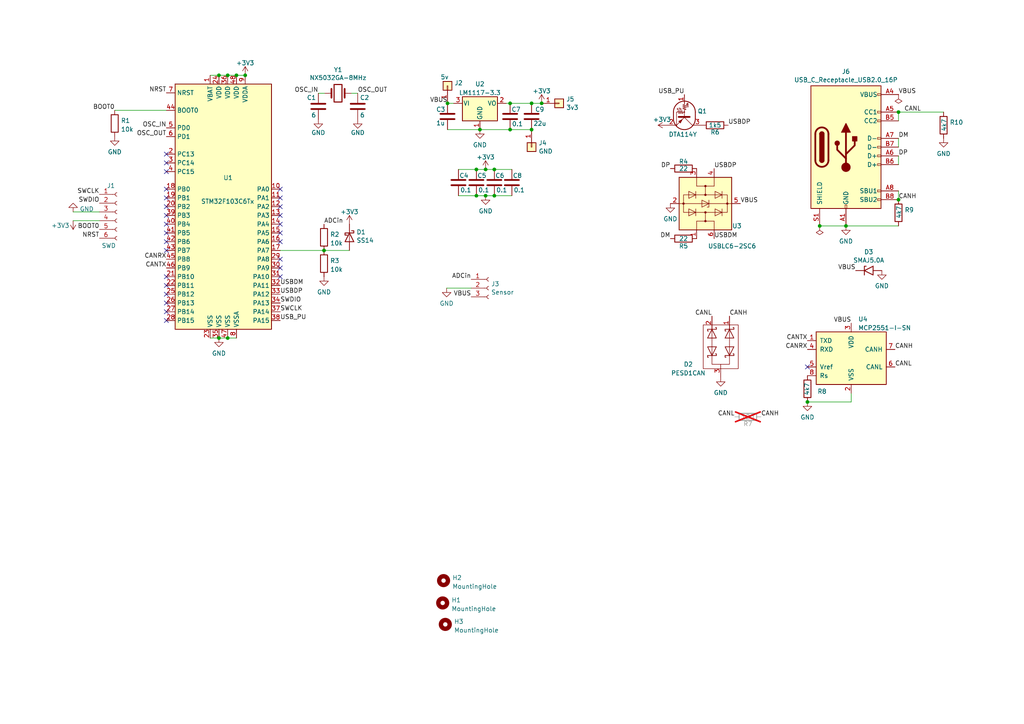
<source format=kicad_sch>
(kicad_sch (version 20231120) (generator "eeschema") (generator_version "8.0")
  (paper "A4")
  (lib_symbols
    (symbol "Connector:Conn_01x03_Socket" (pin_names (offset 1.016) hide)
      (property "Reference" "J" (at 0 5.08 0))
      (property "Value" "Conn_01x03_Socket" (at 0 -5.08 0))
      (symbol "Conn_01x03_Socket_1_1"
        (arc (start 0 -2.032) (mid -0.5058 -2.54) (end 0 -3.048) (stroke (width 0.1524)))
        (polyline (pts (xy -1.27 -2.54) (xy -0.508 -2.54)) (stroke (width 0.1524)))
        (polyline (pts (xy -1.27 0) (xy -0.508 0)) (stroke (width 0.1524)))
        (polyline (pts (xy -1.27 2.54) (xy -0.508 2.54)) (stroke (width 0.1524)))
        (arc (start 0 0.508) (mid -0.5058 0) (end 0 -0.508) (stroke (width 0.1524)))
        (arc (start 0 3.048) (mid -0.5058 2.54) (end 0 2.032) (stroke (width 0.1524)))
        (pin passive line (at -5.08 2.54 0) (length 3.81) (name "Pin_1") (number "1"))
        (pin passive line (at -5.08 0 0) (length 3.81) (name "Pin_2") (number "2"))
        (pin passive line (at -5.08 -2.54 0) (length 3.81) (name "Pin_3") (number "3"))
      )
    )
    (symbol "Connector:Conn_01x06_Female" (pin_names (offset 1.016) hide)
      (property "Reference" "J" (at 0 7.62 0))
      (property "Value" "Conn_01x06_Female" (at 0 -10.16 0))
      (symbol "Conn_01x06_Female_1_1"
        (arc (start 0 -7.112) (mid -0.5058 -7.62) (end 0 -8.128) (stroke (width 0.1524)))
        (arc (start 0 -4.572) (mid -0.5058 -5.08) (end 0 -5.588) (stroke (width 0.1524)))
        (arc (start 0 -2.032) (mid -0.5058 -2.54) (end 0 -3.048) (stroke (width 0.1524)))
        (polyline (pts (xy -1.27 -7.62) (xy -0.508 -7.62)) (stroke (width 0.1524)))
        (polyline (pts (xy -1.27 -5.08) (xy -0.508 -5.08)) (stroke (width 0.1524)))
        (polyline (pts (xy -1.27 -2.54) (xy -0.508 -2.54)) (stroke (width 0.1524)))
        (polyline (pts (xy -1.27 0) (xy -0.508 0)) (stroke (width 0.1524)))
        (polyline (pts (xy -1.27 2.54) (xy -0.508 2.54)) (stroke (width 0.1524)))
        (polyline (pts (xy -1.27 5.08) (xy -0.508 5.08)) (stroke (width 0.1524)))
        (arc (start 0 0.508) (mid -0.5058 0) (end 0 -0.508) (stroke (width 0.1524)))
        (arc (start 0 3.048) (mid -0.5058 2.54) (end 0 2.032) (stroke (width 0.1524)))
        (arc (start 0 5.588) (mid -0.5058 5.08) (end 0 4.572) (stroke (width 0.1524)))
        (pin passive line (at -5.08 5.08 0) (length 3.81) (name "Pin_1") (number "1"))
        (pin passive line (at -5.08 2.54 0) (length 3.81) (name "Pin_2") (number "2"))
        (pin passive line (at -5.08 0 0) (length 3.81) (name "Pin_3") (number "3"))
        (pin passive line (at -5.08 -2.54 0) (length 3.81) (name "Pin_4") (number "4"))
        (pin passive line (at -5.08 -5.08 0) (length 3.81) (name "Pin_5") (number "5"))
        (pin passive line (at -5.08 -7.62 0) (length 3.81) (name "Pin_6") (number "6"))
      )
    )
    (symbol "Connector:USB_C_Receptacle_USB2.0_16P" (pin_names (offset 1.016))
      (property "Reference" "J" (at 0 22.225 0))
      (property "Value" "USB_C_Receptacle_USB2.0_16P" (at 0 19.685 0))
      (symbol "USB_C_Receptacle_USB2.0_16P_0_0"
        (rectangle (start -0.254 -17.78) (end 0.254 -16.764))
        (rectangle (start 10.16 -14.986) (end 9.144 -15.494))
        (rectangle (start 10.16 -12.446) (end 9.144 -12.954))
        (rectangle (start 10.16 -4.826) (end 9.144 -5.334))
        (rectangle (start 10.16 -2.286) (end 9.144 -2.794))
        (rectangle (start 10.16 0.254) (end 9.144 -0.254))
        (rectangle (start 10.16 2.794) (end 9.144 2.286))
        (rectangle (start 10.16 7.874) (end 9.144 7.366))
        (rectangle (start 10.16 10.414) (end 9.144 9.906))
        (rectangle (start 10.16 15.494) (end 9.144 14.986))
      )
      (symbol "USB_C_Receptacle_USB2.0_16P_0_1"
        (rectangle (start -10.16 17.78) (end 10.16 -17.78) (stroke (width 0.254)) (fill (type background)))
        (arc (start -8.89 -3.81) (mid -6.985 -5.7067) (end -5.08 -3.81) (stroke (width 0.508)))
        (arc (start -7.62 -3.81) (mid -6.985 -4.4423) (end -6.35 -3.81) (stroke (width 0.254)))
        (arc (start -7.62 -3.81) (mid -6.985 -4.4423) (end -6.35 -3.81) (stroke (width 0.254)) (fill (type outline)))
        (rectangle (start -7.62 -3.81) (end -6.35 3.81) (stroke (width 0.254)) (fill (type outline)))
        (arc (start -6.35 3.81) (mid -6.985 4.4423) (end -7.62 3.81) (stroke (width 0.254)))
        (arc (start -6.35 3.81) (mid -6.985 4.4423) (end -7.62 3.81) (stroke (width 0.254)) (fill (type outline)))
        (arc (start -5.08 3.81) (mid -6.985 5.7067) (end -8.89 3.81) (stroke (width 0.508)))
        (circle (center -2.54 1.143) (radius 0.635) (stroke (width 0.254)) (fill (type outline)))
        (circle (center 0 -5.842) (radius 1.27) (fill (type outline)))
        (polyline (pts (xy -8.89 -3.81) (xy -8.89 3.81)) (stroke (width 0.508)))
        (polyline (pts (xy -5.08 3.81) (xy -5.08 -3.81)) (stroke (width 0.508)))
        (polyline (pts (xy 0 -5.842) (xy 0 4.318)) (stroke (width 0.508)))
        (polyline (pts (xy 0 -3.302) (xy -2.54 -0.762) (xy -2.54 0.508)) (stroke (width 0.508)))
        (polyline (pts (xy 0 -2.032) (xy 2.54 0.508) (xy 2.54 1.778)) (stroke (width 0.508)))
        (polyline (pts (xy -1.27 4.318) (xy 0 6.858) (xy 1.27 4.318) (xy -1.27 4.318)) (stroke (width 0.254)) (fill (type outline)))
        (rectangle (start 1.905 1.778) (end 3.175 3.048) (stroke (width 0.254)) (fill (type outline)))
      )
      (symbol "USB_C_Receptacle_USB2.0_16P_1_1"
        (pin passive line (at 0 -22.86 90) (length 5.08) (name "GND") (number "A1"))
        (pin passive line (at 0 -22.86 90) (length 5.08) hide (name "GND") (number "A12"))
        (pin passive line (at 15.24 15.24 180) (length 5.08) (name "VBUS") (number "A4"))
        (pin bidirectional line (at 15.24 10.16 180) (length 5.08) (name "CC1") (number "A5"))
        (pin bidirectional line (at 15.24 -2.54 180) (length 5.08) (name "D+") (number "A6"))
        (pin bidirectional line (at 15.24 2.54 180) (length 5.08) (name "D-") (number "A7"))
        (pin bidirectional line (at 15.24 -12.7 180) (length 5.08) (name "SBU1") (number "A8"))
        (pin passive line (at 15.24 15.24 180) (length 5.08) hide (name "VBUS") (number "A9"))
        (pin passive line (at 0 -22.86 90) (length 5.08) hide (name "GND") (number "B1"))
        (pin passive line (at 0 -22.86 90) (length 5.08) hide (name "GND") (number "B12"))
        (pin passive line (at 15.24 15.24 180) (length 5.08) hide (name "VBUS") (number "B4"))
        (pin bidirectional line (at 15.24 7.62 180) (length 5.08) (name "CC2") (number "B5"))
        (pin bidirectional line (at 15.24 -5.08 180) (length 5.08) (name "D+") (number "B6"))
        (pin bidirectional line (at 15.24 0 180) (length 5.08) (name "D-") (number "B7"))
        (pin bidirectional line (at 15.24 -15.24 180) (length 5.08) (name "SBU2") (number "B8"))
        (pin passive line (at 15.24 15.24 180) (length 5.08) hide (name "VBUS") (number "B9"))
        (pin passive line (at -7.62 -22.86 90) (length 5.08) (name "SHIELD") (number "S1"))
      )
    )
    (symbol "Connector_Generic:Conn_01x01" (pin_names (offset 1.016) hide)
      (property "Reference" "J" (at 0 2.54 0))
      (property "Value" "Conn_01x01" (at 0 -2.54 0))
      (symbol "Conn_01x01_1_1"
        (rectangle (start -1.27 0.127) (end 0 -0.127) (stroke (width 0.1524)))
        (rectangle (start -1.27 1.27) (end 1.27 -1.27) (stroke (width 0.254)) (fill (type background)))
        (pin passive line (at -5.08 0 0) (length 3.81) (name "Pin_1") (number "1"))
      )
    )
    (symbol "Device:C" (pin_numbers hide) (pin_names (offset 0.254))
      (property "Reference" "C" (at 0.635 2.54 0))
      (property "Value" "C" (at 0.635 -2.54 0))
      (symbol "C_0_1"
        (polyline (pts (xy -2.032 -0.762) (xy 2.032 -0.762)) (stroke (width 0.508)))
        (polyline (pts (xy -2.032 0.762) (xy 2.032 0.762)) (stroke (width 0.508)))
      )
      (symbol "C_1_1"
        (pin passive line (at 0 3.81 270) (length 2.794) (name "~") (number "1"))
        (pin passive line (at 0 -3.81 90) (length 2.794) (name "~") (number "2"))
      )
    )
    (symbol "Device:Crystal" (pin_numbers hide) (pin_names (offset 1.016) hide)
      (property "Reference" "Y" (at 0 3.81 0))
      (property "Value" "Crystal" (at 0 -3.81 0))
      (symbol "Crystal_0_1"
        (rectangle (start -1.143 2.54) (end 1.143 -2.54) (stroke (width 0.3048)))
        (polyline (pts (xy -2.54 0) (xy -1.905 0)))
        (polyline (pts (xy -1.905 -1.27) (xy -1.905 1.27)) (stroke (width 0.508)))
        (polyline (pts (xy 1.905 -1.27) (xy 1.905 1.27)) (stroke (width 0.508)))
        (polyline (pts (xy 2.54 0) (xy 1.905 0)))
      )
      (symbol "Crystal_1_1"
        (pin passive line (at -3.81 0 0) (length 1.27) (name "1") (number "1"))
        (pin passive line (at 3.81 0 180) (length 1.27) (name "2") (number "2"))
      )
    )
    (symbol "Device:R" (pin_numbers hide) (pin_names (offset 0))
      (property "Reference" "R" (at 2.032 0 90))
      (property "Value" "R" (at 0 0 90))
      (symbol "R_0_1"
        (rectangle (start -1.016 -2.54) (end 1.016 2.54) (stroke (width 0.254)))
      )
      (symbol "R_1_1"
        (pin passive line (at 0 3.81 270) (length 1.27) (name "~") (number "1"))
        (pin passive line (at 0 -3.81 90) (length 1.27) (name "~") (number "2"))
      )
    )
    (symbol "Diode:SMAJ5.0A" (pin_numbers hide) (pin_names (offset 1.016) hide)
      (property "Reference" "D" (at 0 2.54 0))
      (property "Value" "SMAJ5.0A" (at 0 -2.54 0))
      (symbol "SMAJ5.0A_0_1"
        (polyline (pts (xy -0.762 1.27) (xy -1.27 1.27) (xy -1.27 -1.27)) (stroke (width 0.254)))
        (polyline (pts (xy 1.27 1.27) (xy 1.27 -1.27) (xy -1.27 0) (xy 1.27 1.27)) (stroke (width 0.254)))
      )
      (symbol "SMAJ5.0A_1_1"
        (pin passive line (at -3.81 0 0) (length 2.54) (name "A1") (number "1"))
        (pin passive line (at 3.81 0 180) (length 2.54) (name "A2") (number "2"))
      )
    )
    (symbol "Diode:SS14" (pin_numbers hide) (pin_names (offset 1.016) hide)
      (property "Reference" "D" (at 0 2.54 0))
      (property "Value" "SS14" (at 0 -2.54 0))
      (symbol "SS14_0_1"
        (polyline (pts (xy 1.27 0) (xy -1.27 0)))
        (polyline (pts (xy 1.27 1.27) (xy 1.27 -1.27) (xy -1.27 0) (xy 1.27 1.27)) (stroke (width 0.254)))
        (polyline (pts (xy -1.905 0.635) (xy -1.905 1.27) (xy -1.27 1.27) (xy -1.27 -1.27) (xy -0.635 -1.27) (xy -0.635 -0.635)) (stroke (width 0.254)))
      )
      (symbol "SS14_1_1"
        (pin passive line (at -3.81 0 0) (length 2.54) (name "K") (number "1"))
        (pin passive line (at 3.81 0 180) (length 2.54) (name "A") (number "2"))
      )
    )
    (symbol "Interface_CAN_LIN:MCP2551-I-SN" (pin_names (offset 1.016))
      (property "Reference" "U" (at -10.16 8.89 0))
      (property "Value" "MCP2551-I-SN" (at 2.54 8.89 0))
      (symbol "MCP2551-I-SN_0_1"
        (rectangle (start -10.16 7.62) (end 10.16 -7.62) (stroke (width 0.254)) (fill (type background)))
      )
      (symbol "MCP2551-I-SN_1_1"
        (pin input line (at -12.7 5.08 0) (length 2.54) (name "TXD") (number "1"))
        (pin power_in line (at 0 -10.16 90) (length 2.54) (name "VSS") (number "2"))
        (pin power_in line (at 0 10.16 270) (length 2.54) (name "VDD") (number "3"))
        (pin output line (at -12.7 2.54 0) (length 2.54) (name "RXD") (number "4"))
        (pin power_out line (at -12.7 -2.54 0) (length 2.54) (name "Vref") (number "5"))
        (pin bidirectional line (at 12.7 -2.54 180) (length 2.54) (name "CANL") (number "6"))
        (pin bidirectional line (at 12.7 2.54 180) (length 2.54) (name "CANH") (number "7"))
        (pin input line (at -12.7 -5.08 0) (length 2.54) (name "Rs") (number "8"))
      )
    )
    (symbol "MCU_ST_STM32F1:STM32F103C6Tx"
      (property "Reference" "U" (at -15.24 36.83 0))
      (property "Value" "STM32F103C6Tx" (at 7.62 36.83 0))
      (symbol "STM32F103C6Tx_0_1"
        (rectangle (start -15.24 -35.56) (end 12.7 35.56) (stroke (width 0.254)) (fill (type background)))
      )
      (symbol "STM32F103C6Tx_1_1"
        (pin power_in line (at -5.08 38.1 270) (length 2.54) (name "VBAT") (number "1"))
        (pin bidirectional line (at 15.24 5.08 180) (length 2.54) (name "PA0") (number "10"))
        (pin bidirectional line (at 15.24 2.54 180) (length 2.54) (name "PA1") (number "11"))
        (pin bidirectional line (at 15.24 0 180) (length 2.54) (name "PA2") (number "12"))
        (pin bidirectional line (at 15.24 -2.54 180) (length 2.54) (name "PA3") (number "13"))
        (pin bidirectional line (at 15.24 -5.08 180) (length 2.54) (name "PA4") (number "14"))
        (pin bidirectional line (at 15.24 -7.62 180) (length 2.54) (name "PA5") (number "15"))
        (pin bidirectional line (at 15.24 -10.16 180) (length 2.54) (name "PA6") (number "16"))
        (pin bidirectional line (at 15.24 -12.7 180) (length 2.54) (name "PA7") (number "17"))
        (pin bidirectional line (at -17.78 5.08 0) (length 2.54) (name "PB0") (number "18"))
        (pin bidirectional line (at -17.78 2.54 0) (length 2.54) (name "PB1") (number "19"))
        (pin bidirectional line (at -17.78 15.24 0) (length 2.54) (name "PC13") (number "2"))
        (pin bidirectional line (at -17.78 0 0) (length 2.54) (name "PB2") (number "20"))
        (pin bidirectional line (at -17.78 -20.32 0) (length 2.54) (name "PB10") (number "21"))
        (pin bidirectional line (at -17.78 -22.86 0) (length 2.54) (name "PB11") (number "22"))
        (pin power_in line (at -5.08 -38.1 90) (length 2.54) (name "VSS") (number "23"))
        (pin power_in line (at -2.54 38.1 270) (length 2.54) (name "VDD") (number "24"))
        (pin bidirectional line (at -17.78 -25.4 0) (length 2.54) (name "PB12") (number "25"))
        (pin bidirectional line (at -17.78 -27.94 0) (length 2.54) (name "PB13") (number "26"))
        (pin bidirectional line (at -17.78 -30.48 0) (length 2.54) (name "PB14") (number "27"))
        (pin bidirectional line (at -17.78 -33.02 0) (length 2.54) (name "PB15") (number "28"))
        (pin bidirectional line (at 15.24 -15.24 180) (length 2.54) (name "PA8") (number "29"))
        (pin bidirectional line (at -17.78 12.7 0) (length 2.54) (name "PC14") (number "3"))
        (pin bidirectional line (at 15.24 -17.78 180) (length 2.54) (name "PA9") (number "30"))
        (pin bidirectional line (at 15.24 -20.32 180) (length 2.54) (name "PA10") (number "31"))
        (pin bidirectional line (at 15.24 -22.86 180) (length 2.54) (name "PA11") (number "32"))
        (pin bidirectional line (at 15.24 -25.4 180) (length 2.54) (name "PA12") (number "33"))
        (pin bidirectional line (at 15.24 -27.94 180) (length 2.54) (name "PA13") (number "34"))
        (pin power_in line (at -2.54 -38.1 90) (length 2.54) (name "VSS") (number "35"))
        (pin power_in line (at 0 38.1 270) (length 2.54) (name "VDD") (number "36"))
        (pin bidirectional line (at 15.24 -30.48 180) (length 2.54) (name "PA14") (number "37"))
        (pin bidirectional line (at 15.24 -33.02 180) (length 2.54) (name "PA15") (number "38"))
        (pin bidirectional line (at -17.78 -2.54 0) (length 2.54) (name "PB3") (number "39"))
        (pin bidirectional line (at -17.78 10.16 0) (length 2.54) (name "PC15") (number "4"))
        (pin bidirectional line (at -17.78 -5.08 0) (length 2.54) (name "PB4") (number "40"))
        (pin bidirectional line (at -17.78 -7.62 0) (length 2.54) (name "PB5") (number "41"))
        (pin bidirectional line (at -17.78 -10.16 0) (length 2.54) (name "PB6") (number "42"))
        (pin bidirectional line (at -17.78 -12.7 0) (length 2.54) (name "PB7") (number "43"))
        (pin input line (at -17.78 27.94 0) (length 2.54) (name "BOOT0") (number "44"))
        (pin bidirectional line (at -17.78 -15.24 0) (length 2.54) (name "PB8") (number "45"))
        (pin bidirectional line (at -17.78 -17.78 0) (length 2.54) (name "PB9") (number "46"))
        (pin power_in line (at 0 -38.1 90) (length 2.54) (name "VSS") (number "47"))
        (pin power_in line (at 2.54 38.1 270) (length 2.54) (name "VDD") (number "48"))
        (pin input line (at -17.78 22.86 0) (length 2.54) (name "PD0") (number "5"))
        (pin input line (at -17.78 20.32 0) (length 2.54) (name "PD1") (number "6"))
        (pin input line (at -17.78 33.02 0) (length 2.54) (name "NRST") (number "7"))
        (pin power_in line (at 2.54 -38.1 90) (length 2.54) (name "VSSA") (number "8"))
        (pin power_in line (at 5.08 38.1 270) (length 2.54) (name "VDDA") (number "9"))
      )
    )
    (symbol "Mechanical:MountingHole" (pin_names (offset 1.016))
      (property "Reference" "H" (at 0 5.08 0))
      (property "Value" "MountingHole" (at 0 3.175 0))
      (symbol "MountingHole_0_1"
        (circle (center 0 0) (radius 1.27) (stroke (width 1.27)))
      )
    )
    (symbol "Power_Protection:USBLC6-2SC6" (pin_names hide)
      (property "Reference" "U" (at 2.54 8.89 0))
      (property "Value" "USBLC6-2SC6" (at 2.54 -8.89 0))
      (symbol "USBLC6-2SC6_0_1"
        (rectangle (start -7.62 -7.62) (end 7.62 7.62) (stroke (width 0.254)) (fill (type background)))
        (circle (center -5.08 0) (radius 0.254) (fill (type outline)))
        (circle (center -2.54 0) (radius 0.254) (fill (type outline)))
        (rectangle (start -2.54 6.35) (end 2.54 -6.35))
        (circle (center 0 -6.35) (radius 0.254) (fill (type outline)))
        (polyline (pts (xy -5.08 -2.54) (xy -7.62 -2.54)))
        (polyline (pts (xy -5.08 0) (xy -5.08 -2.54)))
        (polyline (pts (xy -5.08 2.54) (xy -7.62 2.54)))
        (polyline (pts (xy -1.524 -2.794) (xy -3.556 -2.794)))
        (polyline (pts (xy -1.524 4.826) (xy -3.556 4.826)))
        (polyline (pts (xy 0 -7.62) (xy 0 -6.35)))
        (polyline (pts (xy 0 -6.35) (xy 0 1.27)))
        (polyline (pts (xy 0 1.27) (xy 0 6.35)))
        (polyline (pts (xy 0 6.35) (xy 0 7.62)))
        (polyline (pts (xy 1.524 -2.794) (xy 3.556 -2.794)))
        (polyline (pts (xy 1.524 4.826) (xy 3.556 4.826)))
        (polyline (pts (xy 5.08 -2.54) (xy 7.62 -2.54)))
        (polyline (pts (xy 5.08 0) (xy 5.08 -2.54)))
        (polyline (pts (xy 5.08 2.54) (xy 7.62 2.54)))
        (polyline (pts (xy -2.54 0) (xy -5.08 0) (xy -5.08 2.54)))
        (polyline (pts (xy 2.54 0) (xy 5.08 0) (xy 5.08 2.54)))
        (polyline (pts (xy -3.556 -4.826) (xy -1.524 -4.826) (xy -2.54 -2.794) (xy -3.556 -4.826)))
        (polyline (pts (xy -3.556 2.794) (xy -1.524 2.794) (xy -2.54 4.826) (xy -3.556 2.794)))
        (polyline (pts (xy -1.016 -1.016) (xy 1.016 -1.016) (xy 0 1.016) (xy -1.016 -1.016)))
        (polyline (pts (xy 1.016 1.016) (xy 0.762 1.016) (xy -1.016 1.016) (xy -1.016 0.508)))
        (polyline (pts (xy 3.556 -4.826) (xy 1.524 -4.826) (xy 2.54 -2.794) (xy 3.556 -4.826)))
        (polyline (pts (xy 3.556 2.794) (xy 1.524 2.794) (xy 2.54 4.826) (xy 3.556 2.794)))
        (circle (center 0 6.35) (radius 0.254) (fill (type outline)))
        (circle (center 2.54 0) (radius 0.254) (fill (type outline)))
        (circle (center 5.08 0) (radius 0.254) (fill (type outline)))
      )
      (symbol "USBLC6-2SC6_1_1"
        (pin passive line (at -10.16 -2.54 0) (length 2.54) (name "I/O1") (number "1"))
        (pin passive line (at 0 -10.16 90) (length 2.54) (name "GND") (number "2"))
        (pin passive line (at 10.16 -2.54 180) (length 2.54) (name "I/O2") (number "3"))
        (pin passive line (at 10.16 2.54 180) (length 2.54) (name "I/O2") (number "4"))
        (pin passive line (at 0 10.16 270) (length 2.54) (name "VBUS") (number "5"))
        (pin passive line (at -10.16 2.54 0) (length 2.54) (name "I/O1") (number "6"))
      )
    )
    (symbol "Regulator_Linear:LM1117-3.3" (pin_names (offset 0.254))
      (property "Reference" "U" (at -3.81 3.175 0))
      (property "Value" "LM1117-3.3" (at 0 3.175 0))
      (symbol "LM1117-3.3_0_1"
        (rectangle (start -5.08 -5.08) (end 5.08 1.905) (stroke (width 0.254)) (fill (type background)))
      )
      (symbol "LM1117-3.3_1_1"
        (pin power_in line (at 0 -7.62 90) (length 2.54) (name "GND") (number "1"))
        (pin power_out line (at 7.62 0 180) (length 2.54) (name "VO") (number "2"))
        (pin power_in line (at -7.62 0 0) (length 2.54) (name "VI") (number "3"))
      )
    )
    (symbol "Transistor_BJT:DTA114Y" (pin_names (offset 0) hide)
      (property "Reference" "Q" (at 5.08 1.905 0))
      (property "Value" "DTA114Y" (at 5.08 0 0))
      (symbol "DTA114Y_0_0"
        (text "10k" (at -3.302 0.889 0) (effects (font (size 0.508 0.508))))
        (text "47k" (at -2.159 -1.524 900) (effects (font (size 0.508 0.508))))
      )
      (symbol "DTA114Y_0_1"
        (circle (center -1.27 0) (radius 0.127))
        (arc (start -1.27 3.175) (mid -4.4311 0) (end -1.27 -3.175) (stroke (width 0.254)))
        (polyline (pts (xy -3.429 0) (xy -3.81 0)))
        (polyline (pts (xy -1.27 -3.175) (xy 0.635 -3.175)) (stroke (width 0.254)))
        (polyline (pts (xy -1.27 3.175) (xy 0.635 3.175)) (stroke (width 0.254)))
        (polyline (pts (xy 0 -0.254) (xy 2.54 2.286)))
        (polyline (pts (xy 0.127 1.524) (xy 0.127 -1.651)) (stroke (width 0.508)) (fill (type outline)))
        (polyline (pts (xy 2.54 2.286) (xy 2.54 2.54)))
        (polyline (pts (xy 2.54 -2.286) (xy 0 0.254) (xy 0 0.254)))
        (polyline (pts (xy 1.397 -1.651) (xy 1.905 -1.143) (xy 0.889 -0.635) (xy 1.397 -1.651)) (fill (type outline)))
        (polyline (pts (xy 0 0) (xy -1.905 0) (xy -2.032 0.508) (xy -2.286 -0.508) (xy -2.54 0.508) (xy -2.794 -0.508) (xy -3.048 0.508) (xy -3.302 -0.508) (xy -3.429 0)))
        (polyline (pts (xy -1.27 0) (xy -1.27 -0.381) (xy -0.762 -0.508) (xy -1.778 -0.762) (xy -0.762 -1.016) (xy -1.778 -1.27) (xy -0.762 -1.524) (xy -1.778 -1.778) (xy -1.27 -1.905) (xy -1.27 -2.286) (xy 2.54 -2.286)))
        (arc (start 0.635 -3.175) (mid 3.7961 0) (end 0.635 3.175) (stroke (width 0.254)))
        (circle (center 2.54 -2.286) (radius 0.127))
      )
      (symbol "DTA114Y_1_1"
        (pin input line (at -6.35 0 0) (length 2.54) (name "B") (number "1"))
        (pin passive line (at 2.54 -5.08 90) (length 2.54) (name "E") (number "2"))
        (pin passive line (at 2.54 5.08 270) (length 2.54) (name "C") (number "3"))
      )
    )
    (symbol "elements:PESD1CAN" (pin_names (offset 0.762) hide)
      (property "Reference" "D" (at 0 -8.89 0))
      (property "Value" "PESD1CAN" (at 1.27 3.81 0))
      (symbol "PESD1CAN_0_1"
        (rectangle (start -5.08 2.54) (end 7.62 -7.62))
        (polyline (pts (xy -3.556 -5.08) (xy 3.81 -5.08)))
        (polyline (pts (xy -3.556 0) (xy 3.81 0)))
        (polyline (pts (xy -3.81 -3.81) (xy -3.81 -6.35) (xy -3.81 -6.35)) (stroke (width 0.2032)))
        (polyline (pts (xy -3.81 1.27) (xy -3.81 -1.27) (xy -3.81 -1.27)) (stroke (width 0.2032)))
        (polyline (pts (xy 3.81 -3.81) (xy 3.81 -6.35) (xy 3.81 -6.35)) (stroke (width 0.2032)))
        (polyline (pts (xy 3.81 1.27) (xy 3.81 -1.27) (xy 3.81 -1.27)) (stroke (width 0.2032)))
        (polyline (pts (xy -3.81 -3.81) (xy -4.318 -3.81) (xy -4.318 -4.064) (xy -4.318 -4.064)) (stroke (width 0.2032)))
        (polyline (pts (xy -3.81 1.27) (xy -4.318 1.27) (xy -4.318 1.016) (xy -4.318 1.016)) (stroke (width 0.2032)))
        (polyline (pts (xy 3.81 -6.35) (xy 4.318 -6.35) (xy 4.318 -6.096) (xy 4.318 -6.096)) (stroke (width 0.2032)))
        (polyline (pts (xy 3.81 -3.81) (xy 3.302 -3.81) (xy 3.302 -4.064) (xy 3.302 -4.064)) (stroke (width 0.2032)))
        (polyline (pts (xy 3.81 -1.27) (xy 4.318 -1.27) (xy 4.318 -1.016) (xy 4.318 -1.016)) (stroke (width 0.2032)))
        (polyline (pts (xy 3.81 0) (xy 6.35 0) (xy 6.35 -5.08) (xy 3.81 -5.08)))
        (polyline (pts (xy 3.81 1.27) (xy 3.302 1.27) (xy 3.302 1.016) (xy 3.302 1.016)) (stroke (width 0.2032)))
        (polyline (pts (xy -3.302 -6.096) (xy -3.302 -6.35) (xy -3.81 -6.35) (xy -3.81 -6.35) (xy -3.81 -6.35)) (stroke (width 0.2032)))
        (polyline (pts (xy -3.302 -1.016) (xy -3.302 -1.27) (xy -3.81 -1.27) (xy -3.81 -1.27) (xy -3.81 -1.27)) (stroke (width 0.2032)))
        (polyline (pts (xy -1.27 -6.35) (xy -3.81 -5.08) (xy -1.27 -3.81) (xy -1.27 -6.35) (xy -1.27 -6.35) (xy -1.27 -6.35)) (stroke (width 0.2032)))
        (polyline (pts (xy -1.27 -1.27) (xy -3.81 0) (xy -1.27 1.27) (xy -1.27 -1.27) (xy -1.27 -1.27) (xy -1.27 -1.27)) (stroke (width 0.2032)))
        (polyline (pts (xy 1.27 -3.81) (xy 3.81 -5.08) (xy 1.27 -6.35) (xy 1.27 -3.81) (xy 1.27 -3.81) (xy 1.27 -3.81)) (stroke (width 0.2032)))
        (polyline (pts (xy 1.27 1.27) (xy 3.81 0) (xy 1.27 -1.27) (xy 1.27 1.27) (xy 1.27 1.27) (xy 1.27 1.27)) (stroke (width 0.2032)))
        (pin passive line (at -7.62 0 0) (length 3.81) (name "K") (number "1"))
        (pin passive line (at -7.62 -5.08 0) (length 3.81) (name "K") (number "2"))
        (pin passive line (at 10.16 -2.54 180) (length 3.81) (name "O") (number "3"))
      )
    )
    (symbol "power:+3V3" (power) (pin_names (offset 0))
      (property "Value" "+3V3" (at 0 3.556 0))
      (symbol "+3V3_0_1"
        (polyline (pts (xy -0.762 1.27) (xy 0 2.54)))
        (polyline (pts (xy 0 0) (xy 0 2.54)))
        (polyline (pts (xy 0 2.54) (xy 0.762 1.27)))
      )
      (symbol "+3V3_1_1"
        (pin power_in line (at 0 0 90) (length 0) hide (name "+3V3") (number "1"))
      )
    )
    (symbol "power:GND" (power) (pin_names (offset 0))
      (property "Value" "GND" (at 0 -3.81 0))
      (symbol "GND_0_1"
        (polyline (pts (xy 0 0) (xy 0 -1.27) (xy 1.27 -1.27) (xy 0 -2.54) (xy -1.27 -1.27) (xy 0 -1.27)))
      )
      (symbol "GND_1_1"
        (pin power_in line (at 0 0 270) (length 0) hide (name "GND") (number "1"))
      )
    )
    (symbol "power:PWR_FLAG" (power) (pin_numbers hide) (pin_names (offset 0) hide)
      (property "Value" "PWR_FLAG" (at 0 3.81 0))
      (symbol "PWR_FLAG_0_0"
        (pin power_out line (at 0 0 90) (length 0) (name "pwr") (number "1"))
      )
      (symbol "PWR_FLAG_0_1"
        (polyline (pts (xy 0 0) (xy 0 1.27) (xy -1.016 1.905) (xy 0 2.54) (xy 1.016 1.905) (xy 0 1.27)))
      )
    )
    (symbol "stm32-rescue:R" (pin_numbers hide) (pin_names (offset 0))
      (property "Reference" "R" (at 2.032 0 90))
      (property "Value" "R" (at 0 0 90))
      (symbol "R_0_1"
        (rectangle (start -1.016 -2.54) (end 1.016 2.54) (stroke (width 0.254)))
      )
      (symbol "R_1_1"
        (pin passive line (at 0 3.81 270) (length 1.27) (name "~") (number "1"))
        (pin passive line (at 0 -3.81 90) (length 1.27) (name "~") (number "2"))
      )
    )
  )
  (junction (at 154.178 37.592))
  (junction (at 71.12 21.844))
  (junction (at 143.383 49.149))
  (junction (at 260.604 57.912))
  (junction (at 138.176 56.769))
  (junction (at 138.176 49.149))
  (junction (at 140.843 56.769))
  (junction (at 143.383 56.769))
  (junction (at 129.794 29.972))
  (junction (at 245.364 65.532))
  (junction (at 234.188 116.586))
  (junction (at 237.744 65.532))
  (junction (at 139.192 37.592))
  (junction (at 66.04 21.844))
  (junction (at 154.178 29.972))
  (junction (at 147.955 37.592))
  (junction (at 63.5 98.044))
  (junction (at 66.04 98.044))
  (junction (at 147.955 29.972))
  (junction (at 93.98 72.644))
  (junction (at 63.5 21.844))
  (junction (at 260.604 32.512))
  (junction (at 68.58 21.844))
  (junction (at 140.843 49.149))
  (junction (at 157.099 29.972))
  (no_connect (at 81.28 77.724))
  (no_connect (at 81.28 59.944))
  (no_connect (at 81.28 80.264))
  (no_connect (at 48.26 54.864))
  (no_connect (at 48.26 65.024))
  (no_connect (at 48.26 67.564))
  (no_connect (at 48.26 70.104))
  (no_connect (at 48.26 72.644))
  (no_connect (at 48.26 44.704))
  (no_connect (at 48.26 57.404))
  (no_connect (at 48.26 59.944))
  (no_connect (at 48.26 62.484))
  (no_connect (at 48.26 80.264))
  (no_connect (at 48.26 82.804))
  (no_connect (at 48.26 85.344))
  (no_connect (at 48.26 87.884))
  (no_connect (at 48.26 90.424))
  (no_connect (at 81.28 70.104))
  (no_connect (at 81.28 57.404))
  (no_connect (at 234.188 106.426))
  (no_connect (at 81.28 75.184))
  (no_connect (at 81.28 62.484))
  (no_connect (at 81.28 54.864))
  (no_connect (at 48.26 92.964))
  (no_connect (at 48.26 49.784))
  (no_connect (at 48.26 47.244))
  (no_connect (at 81.28 67.564))
  (no_connect (at 81.28 65.024))
  (wire (pts (xy 147.955 37.592) (xy 154.178 37.592)))
  (wire (pts (xy 60.96 98.044) (xy 63.5 98.044)))
  (wire (pts (xy 154.178 29.972) (xy 157.099 29.972)))
  (wire (pts (xy 246.888 116.586) (xy 246.888 114.046)))
  (wire (pts (xy 138.176 49.149) (xy 140.843 49.149)))
  (wire (pts (xy 140.843 49.149) (xy 143.383 49.149)))
  (wire (pts (xy 132.969 56.769) (xy 138.176 56.769)))
  (wire (pts (xy 138.176 56.769) (xy 140.843 56.769)))
  (wire (pts (xy 132.969 49.149) (xy 138.176 49.149)))
  (wire (pts (xy 21.209 64.008) (xy 28.829 64.008)))
  (wire (pts (xy 234.188 116.586) (xy 246.888 116.586)))
  (wire (pts (xy 129.794 37.592) (xy 139.192 37.592)))
  (wire (pts (xy 140.843 56.769) (xy 143.383 56.769)))
  (wire (pts (xy 260.604 32.512) (xy 273.685 32.512)))
  (wire (pts (xy 63.5 98.044) (xy 66.04 98.044)))
  (wire (pts (xy 143.383 56.769) (xy 148.463 56.769)))
  (wire (pts (xy 129.794 29.972) (xy 131.572 29.972)))
  (wire (pts (xy 101.346 72.644) (xy 93.98 72.644)))
  (wire (pts (xy 260.604 32.512) (xy 260.604 35.052)))
  (wire (pts (xy 63.5 21.844) (xy 66.04 21.844)))
  (wire (pts (xy 93.98 72.644) (xy 81.28 72.644)))
  (wire (pts (xy 33.274 32.004) (xy 48.26 32.004)))
  (wire (pts (xy 129.54 83.566) (xy 136.652 83.566)))
  (wire (pts (xy 103.759 27.051) (xy 101.854 27.051)))
  (wire (pts (xy 143.383 49.149) (xy 148.463 49.149)))
  (wire (pts (xy 237.744 65.532) (xy 245.364 65.532)))
  (wire (pts (xy 245.364 65.532) (xy 260.604 65.532)))
  (wire (pts (xy 21.209 61.468) (xy 28.829 61.468)))
  (wire (pts (xy 146.812 29.972) (xy 147.955 29.972)))
  (wire (pts (xy 68.58 21.844) (xy 71.12 21.844)))
  (wire (pts (xy 147.955 29.972) (xy 154.178 29.972)))
  (wire (pts (xy 260.604 40.132) (xy 260.604 42.672)))
  (wire (pts (xy 260.604 55.372) (xy 260.604 57.912)))
  (wire (pts (xy 92.329 27.051) (xy 94.234 27.051)))
  (wire (pts (xy 66.04 98.044) (xy 68.58 98.044)))
  (wire (pts (xy 260.604 45.212) (xy 260.604 47.752)))
  (wire (pts (xy 139.192 37.592) (xy 147.955 37.592)))
  (wire (pts (xy 66.04 21.844) (xy 68.58 21.844)))
  (wire (pts (xy 60.96 21.844) (xy 63.5 21.844)))
  (label "OSC_IN" (at 92.329 27.051 180))
  (label "VBUS" (at 248.158 78.486 180))
  (label "ADCin" (at 136.652 81.026 180))
  (label "CANRX" (at 48.26 75.184 180))
  (label "CANTX" (at 234.188 98.806 180))
  (label "CANH" (at 211.582 91.694 0))
  (label "ADCin" (at 93.98 65.024 0))
  (label "CANL" (at 206.502 91.694 180))
  (label "BOOT0" (at 33.274 32.004 180))
  (label "DM" (at 260.604 40.132 0))
  (label "CANRX" (at 234.188 101.346 180))
  (label "USBDP" (at 211.201 36.322 0))
  (label "USB_PU" (at 81.28 92.964 0))
  (label "VBUS" (at 129.794 29.972 180))
  (label "DP" (at 194.437 48.895 180))
  (label "CANH" (at 259.588 101.346 0))
  (label "OSC_IN" (at 48.26 37.084 180))
  (label "SWCLK" (at 28.829 56.388 180))
  (label "VBUS" (at 136.652 86.106 180))
  (label "OSC_OUT" (at 103.759 27.051 0))
  (label "CANL" (at 262.255 32.512 0))
  (label "USBDM" (at 81.28 82.804 0))
  (label "USBDP" (at 207.137 48.895 0))
  (label "CANH" (at 260.604 57.912 0))
  (label "USBDM" (at 207.137 69.215 0))
  (label "DP" (at 260.604 45.212 0))
  (label "USB_PU" (at 198.501 27.432 180))
  (label "NRST" (at 28.829 69.088 180))
  (label "USBDP" (at 81.28 85.344 0))
  (label "SWDIO" (at 28.829 58.928 180))
  (label "CANTX" (at 48.26 77.724 180))
  (label "NRST" (at 48.26 26.924 180))
  (label "CANH" (at 220.726 120.904 0))
  (label "VBUS" (at 214.757 59.055 0))
  (label "BOOT0" (at 28.829 66.548 180))
  (label "CANL" (at 213.106 120.904 180))
  (label "CANL" (at 259.588 106.426 0))
  (label "SWCLK" (at 81.28 90.424 0))
  (label "SWDIO" (at 81.28 87.884 0))
  (label "OSC_OUT" (at 48.26 39.624 180))
  (label "VBUS" (at 246.888 93.726 180))
  (label "DM" (at 194.437 69.215 180))
  (label "VBUS" (at 260.604 27.432 0))
  (symbol (lib_id "power:GND") (at 63.5 98.044 0) (unit 1)
    (property "Reference" "#PWR04" (effects (hide yes)))
    (property "Value" "GND" (at 63.5 102.4874 0))
  )
  (symbol (lib_id "power:GND") (at 139.192 37.592 0) (unit 1)
    (property "Reference" "#PWR011" (effects (hide yes)))
    (property "Value" "GND" (at 139.192 42.0354 0))
  )
  (symbol (lib_id "Mechanical:MountingHole") (at 129.159 181.102 0) (unit 1)
    (property "Reference" "H3" (at 131.699 180.2673 0) (effects (justify left)))
    (property "Value" "MountingHole" (at 131.699 182.8042 0) (effects (justify left)))
    (property "Footprint" "MountingHole:MountingHole_3.2mm_M3" (effects (hide yes)))
  )
  (symbol (lib_id "Device:R") (at 273.685 36.322 0) (unit 1)
    (property "Reference" "R10" (at 275.463 35.4873 0) (effects (justify left)))
    (property "Value" "4k7" (at 273.812 38.1 90) (effects (justify left)))
    (property "Footprint" "Resistor_SMD:R_0603_1608Metric_Pad0.98x0.95mm_HandSolder" (effects (hide yes)))
  )
  (symbol (lib_id "power:GND") (at 273.685 40.132 0) (unit 1)
    (property "Reference" "#PWR021" (effects (hide yes)))
    (property "Value" "GND" (at 273.685 44.5754 0))
  )
  (symbol (lib_id "Connector:Conn_01x06_Female") (at 33.909 61.468 0) (unit 1)
    (property "Reference" "J1" (at 30.988 53.848 0) (effects (justify left)))
    (property "Value" "SWD" (at 29.464 71.247 0) (effects (justify left)))
    (property "Footprint" "Connector_PinHeader_1.27mm:PinHeader_1x06_P1.27mm_Vertical" (effects (hide yes)))
  )
  (symbol (lib_id "Device:C") (at 148.463 52.959 0) (unit 1)
    (property "Reference" "C8" (at 148.717 50.927 0) (effects (justify left)))
    (property "Value" "0.1" (at 148.971 55.118 0) (effects (justify left)))
    (property "Footprint" "Capacitor_SMD:C_0603_1608Metric_Pad1.08x0.95mm_HandSolder" (effects (hide yes)))
  )
  (symbol (lib_id "Connector_Generic:Conn_01x01") (at 154.178 42.672 270) (unit 1)
    (property "Reference" "J4" (at 156.21 41.4598 90) (effects (justify left)))
    (property "Value" "GND" (at 156.21 43.8841 90) (effects (justify left)))
    (property "Footprint" "Connector_Wire:SolderWire-0.5sqmm_1x01_D0.9mm_OD2.1mm" (effects (hide yes)))
  )
  (symbol (lib_id "power:+3V3") (at 140.843 49.149 0) (unit 1)
    (property "Reference" "#PWR012" (effects (hide yes)))
    (property "Value" "+3V3" (at 140.843 45.5732 0))
  )
  (symbol (lib_id "Device:R") (at 207.391 36.322 270) (unit 1)
    (property "Reference" "R6" (at 207.391 38.354 90))
    (property "Value" "1k5" (at 207.391 36.322 90))
    (property "Footprint" "Resistor_SMD:R_0603_1608Metric_Pad0.98x0.95mm_HandSolder" (effects (hide yes)))
  )
  (symbol (lib_id "power:+3V3") (at 71.12 21.844 0) (unit 1)
    (property "Reference" "#PWR05" (effects (hide yes)))
    (property "Value" "+3V3" (at 71.12 18.2682 0))
  )
  (symbol (lib_id "power:GND") (at 245.364 65.532 0) (unit 1)
    (property "Reference" "#PWR019" (effects (hide yes)))
    (property "Value" "GND" (at 245.364 69.9754 0))
  )
  (symbol (lib_id "Device:R") (at 260.604 61.722 0) (unit 1)
    (property "Reference" "R9" (at 262.382 60.8873 0) (effects (justify left)))
    (property "Value" "4k7" (at 260.731 63.373 90) (effects (justify left)))
    (property "Footprint" "Resistor_SMD:R_0603_1608Metric_Pad0.98x0.95mm_HandSolder" (effects (hide yes)))
  )
  (symbol (lib_id "Device:C") (at 129.794 33.782 0) (unit 1)
    (property "Reference" "C3" (at 126.492 31.75 0) (effects (justify left)))
    (property "Value" "1u" (at 126.492 35.687 0) (effects (justify left)))
    (property "Footprint" "Capacitor_SMD:C_0805_2012Metric_Pad1.18x1.45mm_HandSolder" (effects (hide yes)))
  )
  (symbol (lib_id "power:PWR_FLAG") (at 237.744 65.532 180) (unit 1)
    (property "Reference" "#FLG01" (effects (hide yes)))
    (property "Value" "PWR_FLAG" (effects (hide yes)))
  )
  (symbol (lib_id "Device:C") (at 143.383 52.959 0) (unit 1)
    (property "Reference" "C6" (at 143.637 50.927 0) (effects (justify left)))
    (property "Value" "0.1" (at 143.891 55.118 0) (effects (justify left)))
    (property "Footprint" "Capacitor_SMD:C_0603_1608Metric_Pad1.08x0.95mm_HandSolder" (effects (hide yes)))
  )
  (symbol (lib_id "power:+3V3") (at 21.209 64.008 180) (unit 1)
    (property "Reference" "#PWR02" (effects (hide yes)))
    (property "Value" "+3V3" (at 14.859 65.405 0) (effects (justify right)))
  )
  (symbol (lib_id "Device:R") (at 93.98 76.454 0) (unit 1)
    (property "Reference" "R3" (at 95.758 75.6193 0) (effects (justify left)))
    (property "Value" "10k" (at 95.758 78.1562 0) (effects (justify left)))
    (property "Footprint" "Resistor_SMD:R_0603_1608Metric_Pad0.98x0.95mm_HandSolder" (effects (hide yes)))
  )
  (symbol (lib_id "power:GND") (at 255.778 78.486 0) (unit 1)
    (property "Reference" "#PWR020" (effects (hide yes)))
    (property "Value" "GND" (at 255.778 82.9294 0))
  )
  (symbol (lib_id "elements:PESD1CAN") (at 211.582 99.314 270) (unit 1)
    (property "Reference" "D2" (at 199.644 105.664 90))
    (property "Value" "PESD1CAN" (at 199.644 108.204 90))
    (property "Footprint" "Package_TO_SOT_SMD:SOT-23" (effects (hide yes)))
  )
  (symbol (lib_id "Device:C") (at 138.176 52.959 0) (unit 1)
    (property "Reference" "C5" (at 138.43 50.927 0) (effects (justify left)))
    (property "Value" "0.1" (at 138.684 55.118 0) (effects (justify left)))
    (property "Footprint" "Capacitor_SMD:C_0603_1608Metric_Pad1.08x0.95mm_HandSolder" (effects (hide yes)))
  )
  (symbol (lib_id "power:+3V3") (at 193.421 36.322 90) (unit 1)
    (property "Reference" "#PWR015" (effects (hide yes)))
    (property "Value" "+3V3" (at 189.357 34.671 90) (effects (justify right)))
  )
  (symbol (lib_id "Diode:SS14") (at 101.346 68.834 270) (unit 1)
    (property "Reference" "D1" (at 103.378 67.3043 90) (effects (justify left)))
    (property "Value" "SS14" (at 103.378 69.7286 90) (effects (justify left)))
    (property "Footprint" "Diode_SMD:D_SOD-323_HandSoldering" (effects (hide yes)))
    (property "Datasheet" "https://www.vishay.com/docs/88746/ss12.pdf" (effects (hide yes)))
    (property "Description" "40V 1A Schottky Diode, SMA" (effects (hide yes)))
  )
  (symbol (lib_id "Connector_Generic:Conn_01x01") (at 129.794 24.892 90) (unit 1)
    (property "Reference" "J2" (at 131.826 24.0573 90) (effects (justify right)))
    (property "Value" "5v" (at 127.762 22.352 90) (effects (justify right)))
    (property "Footprint" "Connector_Wire:SolderWire-0.5sqmm_1x01_D0.9mm_OD2.1mm" (effects (hide yes)))
  )
  (symbol (lib_id "Device:C") (at 132.969 52.959 0) (unit 1)
    (property "Reference" "C4" (at 133.223 50.927 0) (effects (justify left)))
    (property "Value" "0.1" (at 133.477 55.118 0) (effects (justify left)))
    (property "Footprint" "Capacitor_SMD:C_0603_1608Metric_Pad1.08x0.95mm_HandSolder" (effects (hide yes)))
  )
  (symbol (lib_id "Device:R") (at 93.98 68.834 0) (unit 1)
    (property "Reference" "R2" (at 95.758 67.9993 0) (effects (justify left)))
    (property "Value" "10k" (at 95.758 70.5362 0) (effects (justify left)))
    (property "Footprint" "Resistor_SMD:R_0603_1608Metric_Pad0.98x0.95mm_HandSolder" (effects (hide yes)))
  )
  (symbol (lib_id "Device:C") (at 154.178 33.782 0) (unit 1)
    (property "Reference" "C9" (at 155.194 31.75 0) (effects (justify left)))
    (property "Value" "22u" (at 154.686 35.814 0) (effects (justify left)))
    (property "Footprint" "Capacitor_SMD:C_1206_3216Metric_Pad1.33x1.80mm_HandSolder" (effects (hide yes)))
  )
  (symbol (lib_id "Connector:Conn_01x03_Socket") (at 141.732 83.566 0) (unit 1)
    (property "Reference" "J3" (at 142.4432 82.3538 0) (effects (justify left)))
    (property "Value" "Sensor" (at 142.4432 84.7781 0) (effects (justify left)))
    (property "Footprint" "Connector_PinHeader_2.54mm:PinHeader_1x03_P2.54mm_Vertical" (effects (hide yes)))
    (property "Description" "Generic connector, single row, 01x03, script generated" (effects (hide yes)))
  )
  (symbol (lib_id "Device:R") (at 33.274 35.814 0) (unit 1)
    (property "Reference" "R1" (at 35.052 34.9793 0) (effects (justify left)))
    (property "Value" "10k" (at 35.052 37.5162 0) (effects (justify left)))
    (property "Footprint" "Resistor_SMD:R_0603_1608Metric_Pad0.98x0.95mm_HandSolder" (effects (hide yes)))
  )
  (symbol (lib_id "Mechanical:MountingHole") (at 128.651 168.402 0) (unit 1)
    (property "Reference" "H2" (at 131.191 167.5673 0) (effects (justify left)))
    (property "Value" "MountingHole" (at 131.191 170.1042 0) (effects (justify left)))
    (property "Footprint" "MountingHole:MountingHole_3.2mm_M3" (effects (hide yes)))
  )
  (symbol (lib_id "Device:R") (at 234.188 112.776 180) (unit 1)
    (property "Reference" "R8" (at 239.776 113.538 0) (effects (justify left)))
    (property "Value" "4k7" (at 234.061 110.998 90) (effects (justify left)))
    (property "Footprint" "Resistor_SMD:R_0603_1608Metric_Pad0.98x0.95mm_HandSolder" (effects (hide yes)))
  )
  (symbol (lib_id "Device:R") (at 198.247 48.895 90) (unit 1)
    (property "Reference" "R4" (at 198.247 46.863 90))
    (property "Value" "22" (at 198.247 48.895 90))
    (property "Footprint" "Resistor_SMD:R_0603_1608Metric_Pad0.98x0.95mm_HandSolder" (effects (hide yes)))
  )
  (symbol (lib_id "Transistor_BJT:DTA114Y") (at 198.501 33.782 270) (unit 1)
    (property "Reference" "Q1" (at 202.311 32.258 90) (effects (justify left)))
    (property "Value" "DTA114Y" (at 193.929 38.989 90) (effects (justify left)))
    (property "Footprint" "Package_TO_SOT_SMD:SOT-323_SC-70_Handsoldering" (effects (hide yes)))
  )
  (symbol (lib_id "Diode:SMAJ5.0A") (at 251.968 78.486 0) (unit 1)
    (property "Reference" "D3" (at 251.968 73.0715 0))
    (property "Value" "SMAJ5.0A" (at 251.968 75.4958 0))
    (property "Footprint" "Diode_SMD:D_SMA" (effects (hide yes)))
    (property "Datasheet" "https://www.littelfuse.com/media?resourcetype=datasheets&itemid=75e32973-b177-4ee3-a0ff-cedaf1abdb93&filename=smaj-datasheet" (effects (hide yes)))
    (property "Description" "400W unidirectional Transient Voltage Suppressor, 5.0Vr, SMA(DO-214AC)" (effects (hide yes)))
  )
  (symbol (lib_id "power:GND") (at 33.274 39.624 0) (unit 1)
    (property "Reference" "#PWR03" (effects (hide yes)))
    (property "Value" "GND" (at 33.274 44.0674 0))
  )
  (symbol (lib_id "Mechanical:MountingHole") (at 128.397 174.879 0) (unit 1)
    (property "Reference" "H1" (at 130.937 174.0443 0) (effects (justify left)))
    (property "Value" "MountingHole" (at 130.937 176.5812 0) (effects (justify left)))
    (property "Footprint" "MountingHole:MountingHole_3.2mm_M3" (effects (hide yes)))
  )
  (symbol (lib_id "power:+3V3") (at 157.099 29.972 0) (unit 1)
    (property "Reference" "#PWR014" (effects (hide yes)))
    (property "Value" "+3V3" (at 157.099 26.3962 0))
  )
  (symbol (lib_id "Regulator_Linear:LM1117-3.3") (at 139.192 29.972 0) (unit 1)
    (property "Reference" "U2" (at 139.192 24.3672 0))
    (property "Value" "LM1117-3.3" (at 139.192 26.9041 0))
    (property "Footprint" "Package_TO_SOT_SMD:SOT-223-3_TabPin2" (effects (hide yes)))
    (property "Datasheet" "http://www.ti.com/lit/ds/symlink/lm1117.pdf" (effects (hide yes)))
  )
  (symbol (lib_id "MCU_ST_STM32F1:STM32F103C6Tx") (at 66.04 59.944 0) (unit 1)
    (property "Reference" "U1" (at 64.77 51.562 0) (effects (justify left)))
    (property "Value" "STM32F103C6Tx" (at 58.293 58.42 0) (effects (justify left)))
    (property "Footprint" "Package_QFP:LQFP-48_7x7mm_P0.5mm" (effects (hide yes)))
    (property "Datasheet" "http://www.st.com/st-web-ui/static/active/en/resource/technical/document/datasheet/CD00210843.pdf" (effects (hide yes)))
  )
  (symbol (lib_id "power:GND") (at 103.759 34.671 0) (unit 1)
    (property "Reference" "#PWR09" (effects (hide yes)))
    (property "Value" "GND" (at 103.759 38.481 0))
  )
  (symbol (lib_id "stm32-rescue:R") (at 216.916 120.904 270) (unit 1) (dnp yes)
    (property "Reference" "R7" (at 216.916 122.936 90))
    (property "Value" "120" (at 216.916 120.904 90))
    (property "Footprint" "Resistor_SMD:R_1210_3225Metric_Pad1.30x2.65mm_HandSolder" (effects (hide yes)))
  )
  (symbol (lib_id "Interface_CAN_LIN:MCP2551-I-SN") (at 246.888 103.886 0) (unit 1)
    (property "Reference" "U4" (at 248.9074 92.5662 0) (effects (justify left)))
    (property "Value" "MCP2551-I-SN" (at 248.9074 95.1031 0) (effects (justify left)))
    (property "Footprint" "Package_SO:SOIC-8_3.9x4.9mm_P1.27mm" (effects (hide yes)))
    (property "Datasheet" "http://ww1.microchip.com/downloads/en/devicedoc/21667d.pdf" (effects (hide yes)))
  )
  (symbol (lib_id "Connector_Generic:Conn_01x01") (at 162.179 29.972 0) (unit 1)
    (property "Reference" "J5" (at 164.211 28.7598 0) (effects (justify left)))
    (property "Value" "3v3" (at 164.211 31.1841 0) (effects (justify left)))
    (property "Footprint" "Connector_Wire:SolderWire-0.5sqmm_1x01_D0.9mm_OD2.1mm" (effects (hide yes)))
  )
  (symbol (lib_id "power:GND") (at 234.188 116.586 0) (unit 1)
    (property "Reference" "#PWR018" (effects (hide yes)))
    (property "Value" "GND" (at 234.188 121.0294 0))
  )
  (symbol (lib_id "Device:C") (at 92.329 30.861 0) (mirror y) (unit 1)
    (property "Reference" "C1" (at 91.694 28.321 0) (effects (justify left)))
    (property "Value" "6" (at 91.694 33.401 0) (effects (justify left)))
    (property "Footprint" "Capacitor_SMD:C_0603_1608Metric_Pad1.08x0.95mm_HandSolder" (effects (hide yes)))
  )
  (symbol (lib_id "Device:Crystal") (at 98.044 27.051 0) (unit 1)
    (property "Reference" "Y1" (at 98.044 20.2438 0))
    (property "Value" "NX5032GA-8MHz" (at 98.044 22.5552 0))
    (property "Footprint" "Crystal:Crystal_SMD_5032-2Pin_5.0x3.2mm" (effects (hide yes)))
  )
  (symbol (lib_id "Connector:USB_C_Receptacle_USB2.0_16P") (at 245.364 42.672 0) (unit 1)
    (property "Reference" "J6" (at 245.364 20.7475 0))
    (property "Value" "USB_C_Receptacle_USB2.0_16P" (at 245.364 23.1718 0))
    (property "Footprint" "Connector_USB:USB_C_Receptacle_HRO_TYPE-C-31-M-12" (effects (hide yes)))
    (property "Datasheet" "https://www.usb.org/sites/default/files/documents/usb_type-c.zip" (effects (hide yes)))
    (property "Description" "USB 2.0-only 16P Type-C Receptacle connector" (effects (hide yes)))
  )
  (symbol (lib_id "Power_Protection:USBLC6-2SC6") (at 204.597 59.055 270) (mirror x) (unit 1)
    (property "Reference" "U3" (at 213.741 65.532 90))
    (property "Value" "USBLC6-2SC6" (at 212.344 71.374 90))
    (property "Footprint" "Package_TO_SOT_SMD:SOT-23-6_Handsoldering" (effects (hide yes)))
    (property "Datasheet" "https://www.st.com/resource/en/datasheet/usblc6-2.pdf" (effects (hide yes)))
  )
  (symbol (lib_id "power:GND") (at 21.209 61.468 180) (unit 1)
    (property "Reference" "#PWR01" (effects (hide yes)))
    (property "Value" "GND" (at 23.114 60.6318 0) (effects (justify right)))
  )
  (symbol (lib_id "power:GND") (at 129.54 83.566 0) (unit 1)
    (property "Reference" "#PWR010" (effects (hide yes)))
    (property "Value" "GND" (at 129.54 88.0094 0))
  )
  (symbol (lib_id "power:GND") (at 209.042 109.474 0) (unit 1)
    (property "Reference" "#PWR017" (effects (hide yes)))
    (property "Value" "GND" (at 209.042 113.9174 0))
  )
  (symbol (lib_id "power:GND") (at 140.843 56.769 0) (unit 1)
    (property "Reference" "#PWR013" (effects (hide yes)))
    (property "Value" "GND" (at 140.843 61.2124 0))
  )
  (symbol (lib_id "power:PWR_FLAG") (at 260.604 27.432 180) (unit 1)
    (property "Reference" "#FLG02" (effects (hide yes)))
    (property "Value" "PWR_FLAG" (effects (hide yes)))
  )
  (symbol (lib_id "power:GND") (at 194.437 59.055 0) (unit 1)
    (property "Reference" "#PWR016" (effects (hide yes)))
    (property "Value" "GND" (at 194.437 63.4984 0))
  )
  (symbol (lib_id "power:GND") (at 93.98 80.264 0) (unit 1)
    (property "Reference" "#PWR07" (effects (hide yes)))
    (property "Value" "GND" (at 93.98 84.7074 0))
  )
  (symbol (lib_id "power:+3V3") (at 101.346 65.024 0) (unit 1)
    (property "Reference" "#PWR08" (effects (hide yes)))
    (property "Value" "+3V3" (at 101.346 61.4482 0))
  )
  (symbol (lib_id "Device:R") (at 198.247 69.215 90) (unit 1)
    (property "Reference" "R5" (at 198.247 71.374 90))
    (property "Value" "22" (at 198.247 69.215 90))
    (property "Footprint" "Resistor_SMD:R_0603_1608Metric_Pad0.98x0.95mm_HandSolder" (effects (hide yes)))
  )
  (symbol (lib_id "Device:C") (at 147.955 33.782 0) (unit 1)
    (property "Reference" "C7" (at 148.336 31.75 0) (effects (justify left)))
    (property "Value" "0.1" (at 148.463 35.941 0) (effects (justify left)))
    (property "Footprint" "Capacitor_SMD:C_0603_1608Metric_Pad1.08x0.95mm_HandSolder" (effects (hide yes)))
  )
  (symbol (lib_id "power:GND") (at 92.329 34.671 0) (unit 1)
    (property "Reference" "#PWR06" (effects (hide yes)))
    (property "Value" "GND" (at 92.329 38.481 0))
  )
  (symbol (lib_id "Device:C") (at 103.759 30.861 0) (unit 1)
    (property "Reference" "C2" (at 104.394 28.321 0) (effects (justify left)))
    (property "Value" "6" (at 104.394 33.401 0) (effects (justify left)))
    (property "Footprint" "Capacitor_SMD:C_0603_1608Metric_Pad1.08x0.95mm_HandSolder" (effects (hide yes)))
  )
)
</source>
